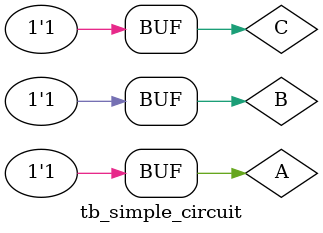
<source format=v>
module tb_simple_circuit;
  wire D;
  reg A, B, C;

  simple_circuit M1(A, B, C, D);

  initial begin
    A = 1'b0; B = 1'b0; C = 1'b0; #20;
    A = 1'b0; B = 1'b0; C = 1'b1; #20;
    A = 1'b0; B = 1'b1; C = 1'b0; #20;
    A = 1'b0; B = 1'b1; C = 1'b1; #20;
    A = 1'b1; B = 1'b0; C = 1'b0; #20;
    A = 1'b1; B = 1'b0; C = 1'b1; #20;
    A = 1'b1; B = 1'b1; C = 1'b0; #20;
    A = 1'b1; B = 1'b1; C = 1'b1; #20;
  end

  initial begin
    $monitor($time, " A=%b, B=%b, C=%b, D=%b", A, B, C, D);
  end

  initial begin
    $dumpfile("tb_simple_circuit.vcd");
    $dumpvars(1, tb_simple_circuit); 
  end
endmodule


</source>
